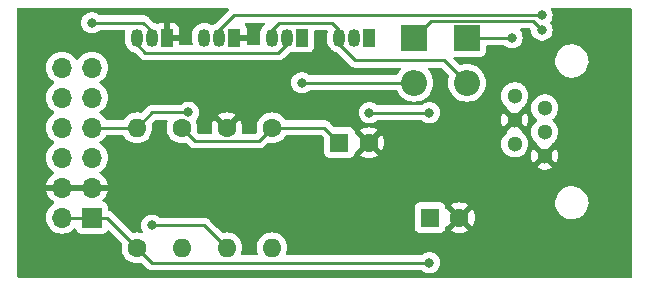
<source format=gbr>
%TF.GenerationSoftware,KiCad,Pcbnew,7.0.10*%
%TF.CreationDate,2024-01-03T13:13:51+01:00*%
%TF.ProjectId,slimme_meter_pmod,736c696d-6d65-45f6-9d65-7465725f706d,rev?*%
%TF.SameCoordinates,Original*%
%TF.FileFunction,Copper,L1,Top*%
%TF.FilePolarity,Positive*%
%FSLAX46Y46*%
G04 Gerber Fmt 4.6, Leading zero omitted, Abs format (unit mm)*
G04 Created by KiCad (PCBNEW 7.0.10) date 2024-01-03 13:13:51*
%MOMM*%
%LPD*%
G01*
G04 APERTURE LIST*
%TA.AperFunction,ComponentPad*%
%ADD10R,1.600000X1.600000*%
%TD*%
%TA.AperFunction,ComponentPad*%
%ADD11C,1.600000*%
%TD*%
%TA.AperFunction,ComponentPad*%
%ADD12R,1.050000X1.500000*%
%TD*%
%TA.AperFunction,ComponentPad*%
%ADD13O,1.050000X1.500000*%
%TD*%
%TA.AperFunction,ComponentPad*%
%ADD14R,1.700000X1.700000*%
%TD*%
%TA.AperFunction,ComponentPad*%
%ADD15O,1.700000X1.700000*%
%TD*%
%TA.AperFunction,ComponentPad*%
%ADD16O,1.600000X1.600000*%
%TD*%
%TA.AperFunction,ComponentPad*%
%ADD17R,2.200000X2.200000*%
%TD*%
%TA.AperFunction,ComponentPad*%
%ADD18O,2.200000X2.200000*%
%TD*%
%TA.AperFunction,ComponentPad*%
%ADD19C,1.300000*%
%TD*%
%TA.AperFunction,ViaPad*%
%ADD20C,0.800000*%
%TD*%
%TA.AperFunction,Conductor*%
%ADD21C,0.250000*%
%TD*%
G04 APERTURE END LIST*
D10*
%TO.P,C2,1*%
%TO.N,VCC*%
X127675000Y-68580000D03*
D11*
%TO.P,C2,2*%
%TO.N,GND*%
X130175000Y-68580000D03*
%TD*%
D12*
%TO.P,U1,1,VO*%
%TO.N,VCC*%
X122555000Y-53340000D03*
D13*
%TO.P,U1,2,GND*%
%TO.N,GND*%
X121285000Y-53340000D03*
%TO.P,U1,3,VI*%
%TO.N,+5V*%
X120015000Y-53340000D03*
%TD*%
D12*
%TO.P,Q3,1,D*%
%TO.N,Net-(D1-A)*%
X116840000Y-53340000D03*
D13*
%TO.P,Q3,2,G*%
%TO.N,Net-(Q1-D)*%
X115570000Y-53340000D03*
%TO.P,Q3,3,S*%
%TO.N,+5V*%
X114300000Y-53340000D03*
%TD*%
D10*
%TO.P,C1,1*%
%TO.N,+5V*%
X120015000Y-62230000D03*
D11*
%TO.P,C1,2*%
%TO.N,GND*%
X122515000Y-62230000D03*
%TD*%
D12*
%TO.P,Q1,1,S*%
%TO.N,GND*%
X105410000Y-53340000D03*
D13*
%TO.P,Q1,2,G*%
%TO.N,CTS*%
X104140000Y-53340000D03*
%TO.P,Q1,3,D*%
%TO.N,Net-(Q1-D)*%
X102870000Y-53340000D03*
%TD*%
D12*
%TO.P,Q2,1,S*%
%TO.N,GND*%
X111125000Y-53340000D03*
D13*
%TO.P,Q2,2,G*%
%TO.N,~{SM_DATA}*%
X109855000Y-53340000D03*
%TO.P,Q2,3,D*%
%TO.N,MCU_DATA*%
X108585000Y-53340000D03*
%TD*%
D14*
%TO.P,J2,1,Pin_1*%
%TO.N,VCC*%
X99060000Y-68580000D03*
D15*
%TO.P,J2,2,Pin_2*%
X96520000Y-68580000D03*
%TO.P,J2,3,Pin_3*%
%TO.N,GND*%
X99060000Y-66040000D03*
%TO.P,J2,4,Pin_4*%
X96520000Y-66040000D03*
%TO.P,J2,5,Pin_5*%
%TO.N,RTS*%
X99060000Y-63500000D03*
%TO.P,J2,6,Pin_6*%
%TO.N,unconnected-(J2-Pin_6-Pad6)*%
X96520000Y-63500000D03*
%TO.P,J2,7,Pin_7*%
%TO.N,MCU_DATA*%
X99060000Y-60960000D03*
%TO.P,J2,8,Pin_8*%
%TO.N,unconnected-(J2-Pin_8-Pad8)*%
X96520000Y-60960000D03*
%TO.P,J2,9,Pin_9*%
%TO.N,TXD*%
X99060000Y-58420000D03*
%TO.P,J2,10,Pin_10*%
%TO.N,unconnected-(J2-Pin_10-Pad10)*%
X96520000Y-58420000D03*
%TO.P,J2,11,Pin_11*%
%TO.N,CTS*%
X99060000Y-55880000D03*
%TO.P,J2,12,Pin_12*%
%TO.N,unconnected-(J2-Pin_12-Pad12)*%
X96520000Y-55880000D03*
%TD*%
D11*
%TO.P,R2,1*%
%TO.N,+5V*%
X106680000Y-60960000D03*
D16*
%TO.P,R2,2*%
%TO.N,~{SM_DATA}*%
X106680000Y-71120000D03*
%TD*%
D11*
%TO.P,R3,1*%
%TO.N,GND*%
X110490000Y-60960000D03*
D16*
%TO.P,R3,2*%
%TO.N,CTS*%
X110490000Y-71120000D03*
%TD*%
D17*
%TO.P,D2,1,K*%
%TO.N,Net-(D2-K)*%
X130810000Y-53340000D03*
D18*
%TO.P,D2,2,A*%
%TO.N,+5V*%
X130810000Y-57150000D03*
%TD*%
D11*
%TO.P,R4,1*%
%TO.N,+5V*%
X114300000Y-60960000D03*
D16*
%TO.P,R4,2*%
%TO.N,Net-(Q1-D)*%
X114300000Y-71120000D03*
%TD*%
D17*
%TO.P,D1,1,K*%
%TO.N,SM_DATA_REQUEST*%
X126365000Y-53340000D03*
D18*
%TO.P,D1,2,A*%
%TO.N,Net-(D1-A)*%
X126365000Y-57150000D03*
%TD*%
D11*
%TO.P,R1,1*%
%TO.N,VCC*%
X102870000Y-71120000D03*
D16*
%TO.P,R1,2*%
%TO.N,MCU_DATA*%
X102870000Y-60960000D03*
%TD*%
D19*
%TO.P,J1,1*%
%TO.N,Net-(D2-K)*%
X134860000Y-58250000D03*
%TO.P,J1,2*%
%TO.N,SM_DATA_REQUEST*%
X137400000Y-59270000D03*
%TO.P,J1,3*%
%TO.N,GND*%
X134860000Y-60290000D03*
%TO.P,J1,4*%
%TO.N,unconnected-(J1-Pad4)*%
X137400000Y-61310000D03*
%TO.P,J1,5*%
%TO.N,~{SM_DATA}*%
X134860000Y-62330000D03*
%TO.P,J1,6*%
%TO.N,GND*%
X137400000Y-63350000D03*
%TD*%
D20*
%TO.N,Net-(D2-K)*%
X134620000Y-53340000D03*
%TO.N,CTS*%
X104140000Y-69215000D03*
%TO.N,~{SM_DATA}*%
X137160000Y-51435000D03*
%TO.N,SM_DATA_REQUEST*%
X137160000Y-52705000D03*
%TO.N,Net-(D1-A)*%
X116840000Y-57150000D03*
%TO.N,CTS*%
X99060000Y-52070000D03*
%TO.N,MCU_DATA*%
X107225000Y-59670893D03*
%TO.N,VCC*%
X127635000Y-72390000D03*
X127635000Y-59690000D03*
X122555000Y-59690000D03*
%TD*%
D21*
%TO.N,+5V*%
X130810000Y-57150000D02*
X128905000Y-55245000D01*
%TO.N,Net-(D2-K)*%
X130810000Y-53340000D02*
X134620000Y-53340000D01*
%TO.N,+5V*%
X120015000Y-53890000D02*
X120015000Y-53340000D01*
X128905000Y-55245000D02*
X121370000Y-55245000D01*
X121370000Y-55245000D02*
X120015000Y-53890000D01*
%TO.N,CTS*%
X104140000Y-69215000D02*
X108585000Y-69215000D01*
X108585000Y-69215000D02*
X110490000Y-71120000D01*
%TO.N,~{SM_DATA}*%
X111105000Y-51435000D02*
X137160000Y-51435000D01*
X109855000Y-52685000D02*
X111105000Y-51435000D01*
X109855000Y-53340000D02*
X109855000Y-52685000D01*
%TO.N,SM_DATA_REQUEST*%
X127790000Y-51915000D02*
X126365000Y-53340000D01*
X137160000Y-52705000D02*
X136370000Y-51915000D01*
X136370000Y-51915000D02*
X127790000Y-51915000D01*
%TO.N,Net-(D1-A)*%
X126365000Y-57150000D02*
X116840000Y-57150000D01*
%TO.N,+5V*%
X114300000Y-53340000D02*
X114300000Y-52705000D01*
X114300000Y-52705000D02*
X114935000Y-52070000D01*
X114935000Y-52070000D02*
X119380000Y-52070000D01*
X119380000Y-52070000D02*
X120015000Y-52705000D01*
X120015000Y-52705000D02*
X120015000Y-53340000D01*
%TO.N,Net-(Q1-D)*%
X102870000Y-53340000D02*
X102870000Y-53890000D01*
X103590000Y-54610000D02*
X114850000Y-54610000D01*
X102870000Y-53890000D02*
X103590000Y-54610000D01*
X114850000Y-54610000D02*
X115570000Y-53890000D01*
X115570000Y-53890000D02*
X115570000Y-53340000D01*
%TO.N,CTS*%
X103420000Y-52070000D02*
X99060000Y-52070000D01*
X104140000Y-52790000D02*
X103420000Y-52070000D01*
X104140000Y-53340000D02*
X104140000Y-52790000D01*
%TO.N,MCU_DATA*%
X107225000Y-59670893D02*
X104159107Y-59670893D01*
X104159107Y-59670893D02*
X102870000Y-60960000D01*
%TO.N,VCC*%
X104140000Y-72390000D02*
X127635000Y-72390000D01*
X102870000Y-71120000D02*
X104140000Y-72390000D01*
X99060000Y-68580000D02*
X100330000Y-68580000D01*
X100330000Y-68580000D02*
X102870000Y-71120000D01*
X96520000Y-68580000D02*
X99060000Y-68580000D01*
X122555000Y-59690000D02*
X127635000Y-59690000D01*
%TO.N,+5V*%
X114300000Y-60960000D02*
X118745000Y-60960000D01*
X118745000Y-60960000D02*
X120015000Y-62230000D01*
X106680000Y-60960000D02*
X107805000Y-62085000D01*
X107805000Y-62085000D02*
X113175000Y-62085000D01*
X113175000Y-62085000D02*
X114300000Y-60960000D01*
%TO.N,MCU_DATA*%
X99060000Y-60960000D02*
X102870000Y-60960000D01*
%TD*%
%TA.AperFunction,Conductor*%
%TO.N,GND*%
G36*
X98600507Y-65830156D02*
G01*
X98560000Y-65968111D01*
X98560000Y-66111889D01*
X98600507Y-66249844D01*
X98626314Y-66290000D01*
X96953686Y-66290000D01*
X96979493Y-66249844D01*
X97020000Y-66111889D01*
X97020000Y-65968111D01*
X96979493Y-65830156D01*
X96953686Y-65790000D01*
X98626314Y-65790000D01*
X98600507Y-65830156D01*
G37*
%TD.AperFunction*%
%TA.AperFunction,Conductor*%
G36*
X110621633Y-50820185D02*
G01*
X110667388Y-50872989D01*
X110677332Y-50942147D01*
X110650131Y-51003548D01*
X110645567Y-51009064D01*
X110637711Y-51017697D01*
X109528230Y-52127178D01*
X109476548Y-52158156D01*
X109460658Y-52162976D01*
X109278453Y-52260367D01*
X109210050Y-52274609D01*
X109161547Y-52260367D01*
X108979345Y-52162978D01*
X108786031Y-52104337D01*
X108585000Y-52084538D01*
X108383968Y-52104337D01*
X108190654Y-52162978D01*
X108012511Y-52258198D01*
X108012504Y-52258203D01*
X107856352Y-52386352D01*
X107728203Y-52542504D01*
X107728198Y-52542511D01*
X107632978Y-52720654D01*
X107574337Y-52913968D01*
X107565600Y-53002684D01*
X107559500Y-53064620D01*
X107559500Y-53615380D01*
X107567794Y-53699586D01*
X107574338Y-53766033D01*
X107592075Y-53824506D01*
X107592698Y-53894372D01*
X107555449Y-53953485D01*
X107492155Y-53983076D01*
X107473414Y-53984500D01*
X106559000Y-53984500D01*
X106491961Y-53964815D01*
X106446206Y-53912011D01*
X106435000Y-53860500D01*
X106435000Y-53590000D01*
X105689560Y-53590000D01*
X105728278Y-53547941D01*
X105778551Y-53433330D01*
X105788886Y-53308605D01*
X105758163Y-53187281D01*
X105694606Y-53090000D01*
X106435000Y-53090000D01*
X106435000Y-52542172D01*
X106434999Y-52542155D01*
X106428598Y-52482627D01*
X106428596Y-52482620D01*
X106378354Y-52347913D01*
X106378350Y-52347906D01*
X106292190Y-52232812D01*
X106292187Y-52232809D01*
X106177093Y-52146649D01*
X106177086Y-52146645D01*
X106042379Y-52096403D01*
X106042372Y-52096401D01*
X105982844Y-52090000D01*
X105660000Y-52090000D01*
X105660000Y-53059382D01*
X105590948Y-53005637D01*
X105472576Y-52965000D01*
X105378927Y-52965000D01*
X105286554Y-52980414D01*
X105176486Y-53039981D01*
X105164369Y-53053142D01*
X105160597Y-53014837D01*
X105160000Y-53002684D01*
X105160000Y-52090000D01*
X104837155Y-52090000D01*
X104777627Y-52096401D01*
X104777620Y-52096403D01*
X104642913Y-52146645D01*
X104635132Y-52150895D01*
X104633940Y-52148713D01*
X104580842Y-52168510D01*
X104536018Y-52163486D01*
X104534342Y-52162977D01*
X104534341Y-52162977D01*
X104409391Y-52125074D01*
X104367733Y-52112437D01*
X104316047Y-52081457D01*
X103920803Y-51686212D01*
X103910980Y-51673950D01*
X103910759Y-51674134D01*
X103905786Y-51668122D01*
X103856776Y-51622099D01*
X103853977Y-51619386D01*
X103834477Y-51599885D01*
X103834471Y-51599880D01*
X103831286Y-51597409D01*
X103822434Y-51589848D01*
X103790582Y-51559938D01*
X103790580Y-51559936D01*
X103790577Y-51559935D01*
X103773029Y-51550288D01*
X103756763Y-51539604D01*
X103740932Y-51527324D01*
X103700849Y-51509978D01*
X103690363Y-51504841D01*
X103652094Y-51483803D01*
X103652092Y-51483802D01*
X103632693Y-51478822D01*
X103614281Y-51472518D01*
X103595898Y-51464562D01*
X103595892Y-51464560D01*
X103552760Y-51457729D01*
X103541322Y-51455361D01*
X103499020Y-51444500D01*
X103499019Y-51444500D01*
X103478984Y-51444500D01*
X103459586Y-51442973D01*
X103452162Y-51441797D01*
X103439805Y-51439840D01*
X103439804Y-51439840D01*
X103396325Y-51443950D01*
X103384656Y-51444500D01*
X99763748Y-51444500D01*
X99696709Y-51424815D01*
X99671600Y-51403474D01*
X99665873Y-51397114D01*
X99665869Y-51397110D01*
X99512734Y-51285851D01*
X99512729Y-51285848D01*
X99339807Y-51208857D01*
X99339802Y-51208855D01*
X99194001Y-51177865D01*
X99154646Y-51169500D01*
X98965354Y-51169500D01*
X98932897Y-51176398D01*
X98780197Y-51208855D01*
X98780192Y-51208857D01*
X98607270Y-51285848D01*
X98607265Y-51285851D01*
X98454129Y-51397111D01*
X98327466Y-51537785D01*
X98232821Y-51701715D01*
X98232818Y-51701722D01*
X98199819Y-51803284D01*
X98174326Y-51881744D01*
X98154540Y-52070000D01*
X98174326Y-52258256D01*
X98174327Y-52258259D01*
X98232818Y-52438277D01*
X98232821Y-52438284D01*
X98327467Y-52602216D01*
X98426273Y-52711951D01*
X98454129Y-52742888D01*
X98607265Y-52854148D01*
X98607270Y-52854151D01*
X98780192Y-52931142D01*
X98780197Y-52931144D01*
X98965354Y-52970500D01*
X98965355Y-52970500D01*
X99154644Y-52970500D01*
X99154646Y-52970500D01*
X99339803Y-52931144D01*
X99512730Y-52854151D01*
X99665871Y-52742888D01*
X99668788Y-52739647D01*
X99671600Y-52736526D01*
X99731087Y-52699879D01*
X99763748Y-52695500D01*
X101758414Y-52695500D01*
X101825453Y-52715185D01*
X101871208Y-52767989D01*
X101881152Y-52837147D01*
X101877075Y-52855494D01*
X101859338Y-52913966D01*
X101844500Y-53064623D01*
X101844500Y-53615376D01*
X101859337Y-53766031D01*
X101917978Y-53959345D01*
X102013198Y-54137488D01*
X102013201Y-54137492D01*
X102013202Y-54137494D01*
X102032688Y-54161238D01*
X102141352Y-54293647D01*
X102248255Y-54381379D01*
X102297506Y-54421798D01*
X102297509Y-54421799D01*
X102297511Y-54421801D01*
X102475654Y-54517021D01*
X102475656Y-54517021D01*
X102475659Y-54517023D01*
X102642268Y-54567563D01*
X102693951Y-54598541D01*
X103089194Y-54993784D01*
X103099019Y-55006048D01*
X103099240Y-55005866D01*
X103104210Y-55011874D01*
X103153239Y-55057915D01*
X103156036Y-55060626D01*
X103175530Y-55080120D01*
X103178695Y-55082575D01*
X103187571Y-55090156D01*
X103219418Y-55120062D01*
X103219422Y-55120064D01*
X103236973Y-55129713D01*
X103253231Y-55140392D01*
X103269064Y-55152674D01*
X103304410Y-55167968D01*
X103309155Y-55170022D01*
X103319635Y-55175155D01*
X103357908Y-55196197D01*
X103377312Y-55201179D01*
X103395710Y-55207478D01*
X103414105Y-55215438D01*
X103457254Y-55222271D01*
X103468680Y-55224638D01*
X103510981Y-55235500D01*
X103531016Y-55235500D01*
X103550413Y-55237026D01*
X103570196Y-55240160D01*
X103613675Y-55236050D01*
X103625344Y-55235500D01*
X114767257Y-55235500D01*
X114782877Y-55237224D01*
X114782904Y-55236939D01*
X114790660Y-55237671D01*
X114790667Y-55237673D01*
X114857873Y-55235561D01*
X114861768Y-55235500D01*
X114889346Y-55235500D01*
X114889350Y-55235500D01*
X114893324Y-55234997D01*
X114904963Y-55234080D01*
X114948627Y-55232709D01*
X114967869Y-55227117D01*
X114986912Y-55223174D01*
X115006792Y-55220664D01*
X115047401Y-55204585D01*
X115058444Y-55200803D01*
X115100390Y-55188618D01*
X115117629Y-55178422D01*
X115135103Y-55169862D01*
X115153727Y-55162488D01*
X115153727Y-55162487D01*
X115153732Y-55162486D01*
X115189083Y-55136800D01*
X115198814Y-55130408D01*
X115236420Y-55108170D01*
X115250586Y-55094003D01*
X115265381Y-55081368D01*
X115268619Y-55079014D01*
X115281587Y-55069594D01*
X115309439Y-55035926D01*
X115317279Y-55027310D01*
X115746048Y-54598540D01*
X115797728Y-54567564D01*
X115964341Y-54517023D01*
X115964347Y-54517019D01*
X115965424Y-54516693D01*
X116035290Y-54516070D01*
X116064380Y-54530470D01*
X116064886Y-54529546D01*
X116072671Y-54533797D01*
X116207517Y-54584091D01*
X116207516Y-54584091D01*
X116214444Y-54584835D01*
X116267127Y-54590500D01*
X117412872Y-54590499D01*
X117472483Y-54584091D01*
X117607331Y-54533796D01*
X117722546Y-54447546D01*
X117808796Y-54332331D01*
X117859091Y-54197483D01*
X117865500Y-54137873D01*
X117865499Y-52819499D01*
X117885184Y-52752461D01*
X117937987Y-52706706D01*
X117989499Y-52695500D01*
X118903414Y-52695500D01*
X118970453Y-52715185D01*
X119016208Y-52767989D01*
X119026152Y-52837147D01*
X119022075Y-52855494D01*
X119004338Y-52913966D01*
X118989500Y-53064623D01*
X118989500Y-53615376D01*
X119004337Y-53766031D01*
X119062978Y-53959345D01*
X119158198Y-54137488D01*
X119158201Y-54137492D01*
X119158202Y-54137494D01*
X119177688Y-54161238D01*
X119286352Y-54293647D01*
X119393255Y-54381379D01*
X119442506Y-54421798D01*
X119442509Y-54421799D01*
X119442511Y-54421801D01*
X119620654Y-54517021D01*
X119620656Y-54517021D01*
X119620659Y-54517023D01*
X119787268Y-54567563D01*
X119838950Y-54598540D01*
X120360467Y-55120058D01*
X120869197Y-55628788D01*
X120879022Y-55641051D01*
X120879243Y-55640869D01*
X120884211Y-55646874D01*
X120933222Y-55692899D01*
X120936021Y-55695612D01*
X120955522Y-55715114D01*
X120955526Y-55715117D01*
X120955529Y-55715120D01*
X120958702Y-55717581D01*
X120967574Y-55725159D01*
X120999418Y-55755062D01*
X121016976Y-55764714D01*
X121033235Y-55775395D01*
X121049064Y-55787673D01*
X121089155Y-55805021D01*
X121099626Y-55810151D01*
X121122180Y-55822550D01*
X121137902Y-55831194D01*
X121137904Y-55831195D01*
X121137908Y-55831197D01*
X121157316Y-55836180D01*
X121175719Y-55842481D01*
X121194101Y-55850436D01*
X121194102Y-55850436D01*
X121194104Y-55850437D01*
X121237250Y-55857270D01*
X121248672Y-55859636D01*
X121290981Y-55870500D01*
X121311016Y-55870500D01*
X121330414Y-55872026D01*
X121350194Y-55875159D01*
X121350195Y-55875160D01*
X121350195Y-55875159D01*
X121350196Y-55875160D01*
X121393675Y-55871050D01*
X121405344Y-55870500D01*
X125084023Y-55870500D01*
X125151062Y-55890185D01*
X125196817Y-55942989D01*
X125206761Y-56012147D01*
X125178313Y-56075032D01*
X125066161Y-56206343D01*
X125066160Y-56206346D01*
X124934533Y-56421141D01*
X124934532Y-56421143D01*
X124923428Y-56447952D01*
X124879588Y-56502356D01*
X124813294Y-56524421D01*
X124808867Y-56524500D01*
X117543748Y-56524500D01*
X117476709Y-56504815D01*
X117451600Y-56483474D01*
X117445873Y-56477114D01*
X117445869Y-56477110D01*
X117292734Y-56365851D01*
X117292729Y-56365848D01*
X117119807Y-56288857D01*
X117119802Y-56288855D01*
X116974001Y-56257865D01*
X116934646Y-56249500D01*
X116745354Y-56249500D01*
X116712897Y-56256398D01*
X116560197Y-56288855D01*
X116560192Y-56288857D01*
X116387270Y-56365848D01*
X116387265Y-56365851D01*
X116234129Y-56477111D01*
X116107466Y-56617785D01*
X116012821Y-56781715D01*
X116012818Y-56781722D01*
X115954327Y-56961740D01*
X115954326Y-56961744D01*
X115934540Y-57150000D01*
X115954326Y-57338256D01*
X115954327Y-57338259D01*
X116012818Y-57518277D01*
X116012821Y-57518284D01*
X116107467Y-57682216D01*
X116199994Y-57784977D01*
X116234129Y-57822888D01*
X116387265Y-57934148D01*
X116387270Y-57934151D01*
X116560192Y-58011142D01*
X116560197Y-58011144D01*
X116745354Y-58050500D01*
X116745355Y-58050500D01*
X116934644Y-58050500D01*
X116934646Y-58050500D01*
X117119803Y-58011144D01*
X117292730Y-57934151D01*
X117445871Y-57822888D01*
X117448788Y-57819647D01*
X117451600Y-57816526D01*
X117511087Y-57779879D01*
X117543748Y-57775500D01*
X124808867Y-57775500D01*
X124875906Y-57795185D01*
X124921661Y-57847989D01*
X124923428Y-57852048D01*
X124934532Y-57878856D01*
X124934533Y-57878858D01*
X125066160Y-58093653D01*
X125066161Y-58093656D01*
X125066164Y-58093659D01*
X125229776Y-58285224D01*
X125378066Y-58411875D01*
X125421343Y-58448838D01*
X125421346Y-58448839D01*
X125636140Y-58580466D01*
X125868889Y-58676873D01*
X126113852Y-58735683D01*
X126365000Y-58755449D01*
X126616148Y-58735683D01*
X126861111Y-58676873D01*
X127093859Y-58580466D01*
X127308659Y-58448836D01*
X127500224Y-58285224D01*
X127663836Y-58093659D01*
X127795466Y-57878859D01*
X127891873Y-57646111D01*
X127950683Y-57401148D01*
X127970449Y-57150000D01*
X127950683Y-56898852D01*
X127891873Y-56653889D01*
X127852084Y-56557830D01*
X127795466Y-56421140D01*
X127663839Y-56206346D01*
X127663838Y-56206343D01*
X127586172Y-56115408D01*
X127551686Y-56075030D01*
X127523116Y-56011270D01*
X127533553Y-55942185D01*
X127579684Y-55889709D01*
X127645977Y-55870500D01*
X128594548Y-55870500D01*
X128661587Y-55890185D01*
X128682229Y-55906819D01*
X129267352Y-56491942D01*
X129300837Y-56553265D01*
X129295853Y-56622957D01*
X129294233Y-56627072D01*
X129283129Y-56653881D01*
X129283127Y-56653887D01*
X129224317Y-56898848D01*
X129204551Y-57150000D01*
X129224317Y-57401151D01*
X129283126Y-57646110D01*
X129379533Y-57878859D01*
X129511160Y-58093653D01*
X129511161Y-58093656D01*
X129511164Y-58093659D01*
X129674776Y-58285224D01*
X129823066Y-58411875D01*
X129866343Y-58448838D01*
X129866346Y-58448839D01*
X130081140Y-58580466D01*
X130313889Y-58676873D01*
X130558852Y-58735683D01*
X130810000Y-58755449D01*
X131061148Y-58735683D01*
X131306111Y-58676873D01*
X131538859Y-58580466D01*
X131753659Y-58448836D01*
X131945224Y-58285224D01*
X132108836Y-58093659D01*
X132240466Y-57878859D01*
X132336873Y-57646111D01*
X132395683Y-57401148D01*
X132415449Y-57150000D01*
X132395683Y-56898852D01*
X132336873Y-56653889D01*
X132297084Y-56557830D01*
X132240466Y-56421140D01*
X132108839Y-56206346D01*
X132108838Y-56206343D01*
X132031172Y-56115408D01*
X131945224Y-56014776D01*
X131799347Y-55890185D01*
X131753656Y-55851161D01*
X131753653Y-55851160D01*
X131538859Y-55719533D01*
X131306110Y-55623126D01*
X131061151Y-55564317D01*
X130810000Y-55544551D01*
X130558848Y-55564317D01*
X130313889Y-55623126D01*
X130287075Y-55634233D01*
X130217605Y-55641700D01*
X130155126Y-55610424D01*
X130151943Y-55607352D01*
X129794937Y-55250346D01*
X138295702Y-55250346D01*
X138305819Y-55488528D01*
X138305819Y-55488532D01*
X138356045Y-55721580D01*
X138444693Y-55942185D01*
X138444936Y-55942790D01*
X138569931Y-56145795D01*
X138727436Y-56324755D01*
X138912920Y-56474523D01*
X139121046Y-56590790D01*
X139223734Y-56627072D01*
X139345829Y-56670211D01*
X139580790Y-56710499D01*
X139580798Y-56710499D01*
X139580800Y-56710500D01*
X139580801Y-56710500D01*
X139759496Y-56710500D01*
X139759497Y-56710500D01*
X139759498Y-56710499D01*
X139759515Y-56710499D01*
X139937536Y-56695347D01*
X139937539Y-56695346D01*
X139937541Y-56695346D01*
X140168249Y-56635275D01*
X140339567Y-56557834D01*
X140385480Y-56537080D01*
X140385481Y-56537078D01*
X140385486Y-56537077D01*
X140583003Y-56403579D01*
X140755118Y-56238621D01*
X140896879Y-56046947D01*
X141004207Y-55834074D01*
X141074016Y-55606123D01*
X141104298Y-55369654D01*
X141094180Y-55131468D01*
X141086107Y-55094011D01*
X141043954Y-54898419D01*
X141003419Y-54797546D01*
X140955064Y-54677210D01*
X140830069Y-54474205D01*
X140672564Y-54295245D01*
X140487080Y-54145477D01*
X140373130Y-54081820D01*
X140278955Y-54029210D01*
X140054170Y-53949788D01*
X139819209Y-53909500D01*
X139819200Y-53909500D01*
X139640503Y-53909500D01*
X139640484Y-53909500D01*
X139462463Y-53924652D01*
X139231751Y-53984724D01*
X139014519Y-54082919D01*
X139014511Y-54082924D01*
X138817006Y-54216413D01*
X138816997Y-54216421D01*
X138644881Y-54381379D01*
X138503123Y-54573050D01*
X138503120Y-54573054D01*
X138395796Y-54785920D01*
X138395793Y-54785926D01*
X138325983Y-55013878D01*
X138295702Y-55250346D01*
X129794937Y-55250346D01*
X129696771Y-55152180D01*
X129663286Y-55090857D01*
X129668270Y-55021165D01*
X129710142Y-54965232D01*
X129775606Y-54940815D01*
X129784425Y-54940499D01*
X131957872Y-54940499D01*
X132017483Y-54934091D01*
X132152331Y-54883796D01*
X132267546Y-54797546D01*
X132353796Y-54682331D01*
X132404091Y-54547483D01*
X132410500Y-54487873D01*
X132410500Y-54089500D01*
X132430185Y-54022461D01*
X132482989Y-53976706D01*
X132534500Y-53965500D01*
X133916252Y-53965500D01*
X133983291Y-53985185D01*
X134008400Y-54006526D01*
X134014126Y-54012885D01*
X134014130Y-54012889D01*
X134167265Y-54124148D01*
X134167270Y-54124151D01*
X134340192Y-54201142D01*
X134340197Y-54201144D01*
X134525354Y-54240500D01*
X134525355Y-54240500D01*
X134714644Y-54240500D01*
X134714646Y-54240500D01*
X134899803Y-54201144D01*
X135072730Y-54124151D01*
X135225871Y-54012888D01*
X135352533Y-53872216D01*
X135447179Y-53708284D01*
X135505674Y-53528256D01*
X135525460Y-53340000D01*
X135505674Y-53151744D01*
X135447179Y-52971716D01*
X135352533Y-52807784D01*
X135298228Y-52747472D01*
X135267998Y-52684480D01*
X135276623Y-52615145D01*
X135321365Y-52561480D01*
X135388017Y-52540522D01*
X135390378Y-52540500D01*
X136059548Y-52540500D01*
X136126587Y-52560185D01*
X136147229Y-52576819D01*
X136221038Y-52650628D01*
X136254523Y-52711951D01*
X136256678Y-52725347D01*
X136258522Y-52742888D01*
X136274326Y-52893256D01*
X136274327Y-52893259D01*
X136332818Y-53073277D01*
X136332821Y-53073284D01*
X136427467Y-53237216D01*
X136548283Y-53371395D01*
X136554129Y-53377888D01*
X136707265Y-53489148D01*
X136707270Y-53489151D01*
X136880192Y-53566142D01*
X136880197Y-53566144D01*
X137065354Y-53605500D01*
X137065355Y-53605500D01*
X137254644Y-53605500D01*
X137254646Y-53605500D01*
X137439803Y-53566144D01*
X137612730Y-53489151D01*
X137765871Y-53377888D01*
X137892533Y-53237216D01*
X137987179Y-53073284D01*
X138045674Y-52893256D01*
X138065460Y-52705000D01*
X138045674Y-52516744D01*
X137987179Y-52336716D01*
X137892533Y-52172784D01*
X137874693Y-52152971D01*
X137844464Y-52089981D01*
X137853089Y-52020646D01*
X137874694Y-51987028D01*
X137892533Y-51967216D01*
X137987179Y-51803284D01*
X138045674Y-51623256D01*
X138065460Y-51435000D01*
X138045674Y-51246744D01*
X137987179Y-51066716D01*
X137940865Y-50986498D01*
X137924393Y-50918600D01*
X137947246Y-50852573D01*
X138002167Y-50809382D01*
X138048253Y-50800500D01*
X144655500Y-50800500D01*
X144722539Y-50820185D01*
X144768294Y-50872989D01*
X144779500Y-50924500D01*
X144779500Y-73535500D01*
X144759815Y-73602539D01*
X144707011Y-73648294D01*
X144655500Y-73659500D01*
X92834500Y-73659500D01*
X92767461Y-73639815D01*
X92721706Y-73587011D01*
X92710500Y-73535500D01*
X92710500Y-68580000D01*
X95164341Y-68580000D01*
X95184936Y-68815403D01*
X95184938Y-68815413D01*
X95246094Y-69043655D01*
X95246096Y-69043659D01*
X95246097Y-69043663D01*
X95325993Y-69215000D01*
X95345965Y-69257830D01*
X95345967Y-69257834D01*
X95387756Y-69317514D01*
X95481505Y-69451401D01*
X95648599Y-69618495D01*
X95738856Y-69681694D01*
X95842165Y-69754032D01*
X95842167Y-69754033D01*
X95842170Y-69754035D01*
X96056337Y-69853903D01*
X96284592Y-69915063D01*
X96461034Y-69930500D01*
X96519999Y-69935659D01*
X96520000Y-69935659D01*
X96520001Y-69935659D01*
X96578966Y-69930500D01*
X96755408Y-69915063D01*
X96983663Y-69853903D01*
X97197830Y-69754035D01*
X97391401Y-69618495D01*
X97513329Y-69496566D01*
X97574648Y-69463084D01*
X97644340Y-69468068D01*
X97700274Y-69509939D01*
X97717189Y-69540917D01*
X97766202Y-69672328D01*
X97766206Y-69672335D01*
X97852452Y-69787544D01*
X97852455Y-69787547D01*
X97967664Y-69873793D01*
X97967671Y-69873797D01*
X98102517Y-69924091D01*
X98102516Y-69924091D01*
X98109444Y-69924835D01*
X98162127Y-69930500D01*
X99957872Y-69930499D01*
X100017483Y-69924091D01*
X100152331Y-69873796D01*
X100267546Y-69787546D01*
X100346787Y-69681692D01*
X100402720Y-69639823D01*
X100472412Y-69634839D01*
X100533733Y-69668323D01*
X101099871Y-70234462D01*
X101570586Y-70705177D01*
X101604071Y-70766500D01*
X101602680Y-70824949D01*
X101584367Y-70893296D01*
X101584364Y-70893313D01*
X101564532Y-71119999D01*
X101564532Y-71120001D01*
X101584364Y-71346686D01*
X101584366Y-71346697D01*
X101643258Y-71566488D01*
X101643261Y-71566497D01*
X101739431Y-71772732D01*
X101739432Y-71772734D01*
X101869954Y-71959141D01*
X102030858Y-72120045D01*
X102030861Y-72120047D01*
X102217266Y-72250568D01*
X102423504Y-72346739D01*
X102643308Y-72405635D01*
X102800791Y-72419413D01*
X102869998Y-72425468D01*
X102870000Y-72425468D01*
X102870002Y-72425468D01*
X102926673Y-72420509D01*
X103096692Y-72405635D01*
X103165048Y-72387319D01*
X103234897Y-72388982D01*
X103284822Y-72419413D01*
X103639197Y-72773788D01*
X103649022Y-72786051D01*
X103649243Y-72785869D01*
X103654211Y-72791874D01*
X103703222Y-72837899D01*
X103706021Y-72840612D01*
X103725522Y-72860114D01*
X103725526Y-72860117D01*
X103725529Y-72860120D01*
X103728702Y-72862581D01*
X103737574Y-72870159D01*
X103769418Y-72900062D01*
X103786976Y-72909714D01*
X103803235Y-72920395D01*
X103819064Y-72932673D01*
X103859155Y-72950021D01*
X103869626Y-72955151D01*
X103892180Y-72967550D01*
X103907902Y-72976194D01*
X103907904Y-72976195D01*
X103907908Y-72976197D01*
X103927316Y-72981180D01*
X103945719Y-72987481D01*
X103964101Y-72995436D01*
X103964102Y-72995436D01*
X103964104Y-72995437D01*
X104007250Y-73002270D01*
X104018672Y-73004636D01*
X104060981Y-73015500D01*
X104081016Y-73015500D01*
X104100414Y-73017026D01*
X104120194Y-73020159D01*
X104120195Y-73020160D01*
X104120195Y-73020159D01*
X104120196Y-73020160D01*
X104163675Y-73016050D01*
X104175344Y-73015500D01*
X126931252Y-73015500D01*
X126998291Y-73035185D01*
X127023400Y-73056526D01*
X127029126Y-73062885D01*
X127029130Y-73062889D01*
X127182265Y-73174148D01*
X127182270Y-73174151D01*
X127355192Y-73251142D01*
X127355197Y-73251144D01*
X127540354Y-73290500D01*
X127540355Y-73290500D01*
X127729644Y-73290500D01*
X127729646Y-73290500D01*
X127914803Y-73251144D01*
X128087730Y-73174151D01*
X128240871Y-73062888D01*
X128367533Y-72922216D01*
X128462179Y-72758284D01*
X128520674Y-72578256D01*
X128540460Y-72390000D01*
X128520674Y-72201744D01*
X128462179Y-72021716D01*
X128367533Y-71857784D01*
X128240871Y-71717112D01*
X128240870Y-71717111D01*
X128087734Y-71605851D01*
X128087729Y-71605848D01*
X127914807Y-71528857D01*
X127914802Y-71528855D01*
X127769001Y-71497865D01*
X127729646Y-71489500D01*
X127540354Y-71489500D01*
X127507897Y-71496398D01*
X127355197Y-71528855D01*
X127355192Y-71528857D01*
X127182270Y-71605848D01*
X127182265Y-71605851D01*
X127029130Y-71717110D01*
X127029126Y-71717114D01*
X127023400Y-71723474D01*
X126963913Y-71760121D01*
X126931252Y-71764500D01*
X115629049Y-71764500D01*
X115562010Y-71744815D01*
X115516255Y-71692011D01*
X115506311Y-71622853D01*
X115516667Y-71588095D01*
X115526739Y-71566496D01*
X115585635Y-71346692D01*
X115605468Y-71120000D01*
X115585635Y-70893308D01*
X115526739Y-70673504D01*
X115430568Y-70467266D01*
X115300047Y-70280861D01*
X115300045Y-70280858D01*
X115139141Y-70119954D01*
X114952734Y-69989432D01*
X114952732Y-69989431D01*
X114746497Y-69893261D01*
X114746488Y-69893258D01*
X114526697Y-69834366D01*
X114526693Y-69834365D01*
X114526692Y-69834365D01*
X114526691Y-69834364D01*
X114526686Y-69834364D01*
X114300002Y-69814532D01*
X114299998Y-69814532D01*
X114073313Y-69834364D01*
X114073302Y-69834366D01*
X113853511Y-69893258D01*
X113853502Y-69893261D01*
X113647267Y-69989431D01*
X113647265Y-69989432D01*
X113460858Y-70119954D01*
X113299954Y-70280858D01*
X113169432Y-70467265D01*
X113169431Y-70467267D01*
X113073261Y-70673502D01*
X113073258Y-70673511D01*
X113014366Y-70893302D01*
X113014364Y-70893313D01*
X112994532Y-71119998D01*
X112994532Y-71120001D01*
X113014364Y-71346686D01*
X113014366Y-71346697D01*
X113073258Y-71566488D01*
X113073260Y-71566492D01*
X113073261Y-71566496D01*
X113083333Y-71588095D01*
X113093825Y-71657173D01*
X113065305Y-71720957D01*
X113006829Y-71759196D01*
X112970951Y-71764500D01*
X111819049Y-71764500D01*
X111752010Y-71744815D01*
X111706255Y-71692011D01*
X111696311Y-71622853D01*
X111706667Y-71588095D01*
X111716739Y-71566496D01*
X111775635Y-71346692D01*
X111795468Y-71120000D01*
X111775635Y-70893308D01*
X111716739Y-70673504D01*
X111620568Y-70467266D01*
X111490047Y-70280861D01*
X111490045Y-70280858D01*
X111329141Y-70119954D01*
X111142734Y-69989432D01*
X111142732Y-69989431D01*
X110936497Y-69893261D01*
X110936488Y-69893258D01*
X110716697Y-69834366D01*
X110716693Y-69834365D01*
X110716692Y-69834365D01*
X110716691Y-69834364D01*
X110716686Y-69834364D01*
X110490002Y-69814532D01*
X110489999Y-69814532D01*
X110263313Y-69834364D01*
X110263296Y-69834367D01*
X110194949Y-69852680D01*
X110125099Y-69851016D01*
X110075177Y-69820586D01*
X109682461Y-69427870D01*
X126374500Y-69427870D01*
X126374501Y-69427876D01*
X126380908Y-69487483D01*
X126431202Y-69622328D01*
X126431206Y-69622335D01*
X126517452Y-69737544D01*
X126517455Y-69737547D01*
X126632664Y-69823793D01*
X126632671Y-69823797D01*
X126767517Y-69874091D01*
X126767516Y-69874091D01*
X126774444Y-69874835D01*
X126827127Y-69880500D01*
X128522872Y-69880499D01*
X128582483Y-69874091D01*
X128717331Y-69823796D01*
X128832546Y-69737546D01*
X128918796Y-69622331D01*
X128969091Y-69487483D01*
X128975500Y-69427873D01*
X128975499Y-69427845D01*
X128975678Y-69424547D01*
X128977183Y-69424627D01*
X128995112Y-69363326D01*
X129047868Y-69317514D01*
X129091465Y-69309981D01*
X129777046Y-68624400D01*
X129789835Y-68705148D01*
X129847359Y-68818045D01*
X129936955Y-68907641D01*
X130049852Y-68965165D01*
X130130599Y-68977953D01*
X129449526Y-69659025D01*
X129522513Y-69710132D01*
X129522521Y-69710136D01*
X129728668Y-69806264D01*
X129728682Y-69806269D01*
X129948389Y-69865139D01*
X129948400Y-69865141D01*
X130174998Y-69884966D01*
X130175002Y-69884966D01*
X130401599Y-69865141D01*
X130401610Y-69865139D01*
X130621317Y-69806269D01*
X130621331Y-69806264D01*
X130827478Y-69710136D01*
X130900471Y-69659024D01*
X130219400Y-68977953D01*
X130300148Y-68965165D01*
X130413045Y-68907641D01*
X130502641Y-68818045D01*
X130560165Y-68705148D01*
X130572953Y-68624400D01*
X131254024Y-69305471D01*
X131305136Y-69232478D01*
X131401264Y-69026331D01*
X131401269Y-69026317D01*
X131460139Y-68806610D01*
X131460141Y-68806599D01*
X131479966Y-68580002D01*
X131479966Y-68579997D01*
X131460141Y-68353400D01*
X131460139Y-68353389D01*
X131401269Y-68133682D01*
X131401264Y-68133668D01*
X131305136Y-67927521D01*
X131305132Y-67927513D01*
X131254025Y-67854526D01*
X130572953Y-68535598D01*
X130560165Y-68454852D01*
X130502641Y-68341955D01*
X130413045Y-68252359D01*
X130300148Y-68194835D01*
X130219401Y-68182046D01*
X130900472Y-67500974D01*
X130827478Y-67449863D01*
X130621331Y-67353735D01*
X130621317Y-67353730D01*
X130401610Y-67294860D01*
X130401599Y-67294858D01*
X130175002Y-67275034D01*
X130174998Y-67275034D01*
X129948400Y-67294858D01*
X129948389Y-67294860D01*
X129728682Y-67353730D01*
X129728673Y-67353734D01*
X129522516Y-67449866D01*
X129522512Y-67449868D01*
X129449526Y-67500973D01*
X129449526Y-67500974D01*
X130130599Y-68182046D01*
X130049852Y-68194835D01*
X129936955Y-68252359D01*
X129847359Y-68341955D01*
X129789835Y-68454852D01*
X129777046Y-68535598D01*
X129090799Y-67849351D01*
X129041805Y-67839505D01*
X128991622Y-67790889D01*
X128976981Y-67735366D01*
X128975900Y-67735423D01*
X128975854Y-67735429D01*
X128975853Y-67735426D01*
X128975676Y-67735436D01*
X128975499Y-67732135D01*
X128975499Y-67732128D01*
X128969091Y-67672517D01*
X128950442Y-67622517D01*
X128918797Y-67537671D01*
X128918793Y-67537664D01*
X128832547Y-67422455D01*
X128832544Y-67422452D01*
X128717335Y-67336206D01*
X128717328Y-67336202D01*
X128582482Y-67285908D01*
X128582483Y-67285908D01*
X128522883Y-67279501D01*
X128522881Y-67279500D01*
X128522873Y-67279500D01*
X128522864Y-67279500D01*
X126827129Y-67279500D01*
X126827123Y-67279501D01*
X126767516Y-67285908D01*
X126632671Y-67336202D01*
X126632664Y-67336206D01*
X126517455Y-67422452D01*
X126517452Y-67422455D01*
X126431206Y-67537664D01*
X126431202Y-67537671D01*
X126380908Y-67672517D01*
X126375634Y-67721580D01*
X126374501Y-67732123D01*
X126374500Y-67732135D01*
X126374500Y-69427870D01*
X109682461Y-69427870D01*
X109085803Y-68831212D01*
X109075980Y-68818950D01*
X109075759Y-68819134D01*
X109070786Y-68813122D01*
X109021776Y-68767099D01*
X109018977Y-68764386D01*
X108999477Y-68744885D01*
X108999471Y-68744880D01*
X108996286Y-68742409D01*
X108987434Y-68734848D01*
X108955582Y-68704938D01*
X108955580Y-68704936D01*
X108955577Y-68704935D01*
X108938029Y-68695288D01*
X108921763Y-68684604D01*
X108905932Y-68672324D01*
X108865849Y-68654978D01*
X108855363Y-68649841D01*
X108817094Y-68628803D01*
X108817092Y-68628802D01*
X108797693Y-68623822D01*
X108779281Y-68617518D01*
X108760898Y-68609562D01*
X108760892Y-68609560D01*
X108717760Y-68602729D01*
X108706322Y-68600361D01*
X108664020Y-68589500D01*
X108664019Y-68589500D01*
X108643984Y-68589500D01*
X108624586Y-68587973D01*
X108617162Y-68586797D01*
X108604805Y-68584840D01*
X108604804Y-68584840D01*
X108561325Y-68588950D01*
X108549656Y-68589500D01*
X104843748Y-68589500D01*
X104776709Y-68569815D01*
X104751600Y-68548474D01*
X104745873Y-68542114D01*
X104745869Y-68542110D01*
X104592734Y-68430851D01*
X104592729Y-68430848D01*
X104419807Y-68353857D01*
X104419802Y-68353855D01*
X104274001Y-68322865D01*
X104234646Y-68314500D01*
X104045354Y-68314500D01*
X104012897Y-68321398D01*
X103860197Y-68353855D01*
X103860192Y-68353857D01*
X103687270Y-68430848D01*
X103687265Y-68430851D01*
X103534129Y-68542111D01*
X103407466Y-68682785D01*
X103312821Y-68846715D01*
X103312818Y-68846722D01*
X103254460Y-69026331D01*
X103254326Y-69026744D01*
X103234540Y-69215000D01*
X103254326Y-69403256D01*
X103254327Y-69403259D01*
X103312818Y-69583277D01*
X103312821Y-69583284D01*
X103374185Y-69689570D01*
X103390658Y-69757471D01*
X103367805Y-69823497D01*
X103312884Y-69866688D01*
X103243330Y-69873329D01*
X103234705Y-69871345D01*
X103096697Y-69834366D01*
X103096693Y-69834365D01*
X103096692Y-69834365D01*
X103096691Y-69834364D01*
X103096686Y-69834364D01*
X102870002Y-69814532D01*
X102869999Y-69814532D01*
X102643313Y-69834364D01*
X102643296Y-69834367D01*
X102574949Y-69852680D01*
X102505099Y-69851016D01*
X102455177Y-69820586D01*
X100830803Y-68196212D01*
X100820980Y-68183950D01*
X100820759Y-68184134D01*
X100815786Y-68178122D01*
X100766776Y-68132099D01*
X100763977Y-68129386D01*
X100744477Y-68109885D01*
X100744471Y-68109880D01*
X100741286Y-68107409D01*
X100732434Y-68099848D01*
X100700582Y-68069938D01*
X100700580Y-68069936D01*
X100700577Y-68069935D01*
X100683029Y-68060288D01*
X100666763Y-68049604D01*
X100663340Y-68046949D01*
X100650936Y-68037327D01*
X100650935Y-68037326D01*
X100650932Y-68037324D01*
X100610849Y-68019978D01*
X100600363Y-68014841D01*
X100562094Y-67993803D01*
X100562092Y-67993802D01*
X100542693Y-67988822D01*
X100524281Y-67982518D01*
X100505894Y-67974560D01*
X100499900Y-67972819D01*
X100441015Y-67935211D01*
X100411811Y-67871737D01*
X100410499Y-67853744D01*
X100410499Y-67682129D01*
X100410498Y-67682123D01*
X100409465Y-67672517D01*
X100404091Y-67622517D01*
X100402810Y-67619083D01*
X100353797Y-67487671D01*
X100353793Y-67487664D01*
X100267547Y-67372455D01*
X100267544Y-67372452D01*
X100152335Y-67286206D01*
X100152328Y-67286202D01*
X100056192Y-67250346D01*
X138295702Y-67250346D01*
X138305819Y-67488528D01*
X138305819Y-67488532D01*
X138356045Y-67721580D01*
X138409154Y-67853744D01*
X138444936Y-67942790D01*
X138569931Y-68145795D01*
X138727436Y-68324755D01*
X138912920Y-68474523D01*
X139121046Y-68590790D01*
X139345829Y-68670211D01*
X139580790Y-68710499D01*
X139580798Y-68710499D01*
X139580800Y-68710500D01*
X139580801Y-68710500D01*
X139759496Y-68710500D01*
X139759497Y-68710500D01*
X139759498Y-68710499D01*
X139759515Y-68710499D01*
X139937536Y-68695347D01*
X139937539Y-68695346D01*
X139937541Y-68695346D01*
X140168249Y-68635275D01*
X140313062Y-68569815D01*
X140385480Y-68537080D01*
X140385481Y-68537078D01*
X140385486Y-68537077D01*
X140583003Y-68403579D01*
X140755118Y-68238621D01*
X140896879Y-68046947D01*
X141004207Y-67834074D01*
X141074016Y-67606123D01*
X141104298Y-67369654D01*
X141103747Y-67356692D01*
X141094180Y-67131471D01*
X141094180Y-67131467D01*
X141043954Y-66898419D01*
X140955064Y-66677211D01*
X140955064Y-66677210D01*
X140830069Y-66474205D01*
X140672564Y-66295245D01*
X140487080Y-66145477D01*
X140373130Y-66081820D01*
X140278955Y-66029210D01*
X140054170Y-65949788D01*
X139819209Y-65909500D01*
X139819200Y-65909500D01*
X139640503Y-65909500D01*
X139640484Y-65909500D01*
X139462463Y-65924652D01*
X139231751Y-65984724D01*
X139014519Y-66082919D01*
X139014511Y-66082924D01*
X138817006Y-66216413D01*
X138816997Y-66216421D01*
X138644881Y-66381379D01*
X138503123Y-66573050D01*
X138503120Y-66573054D01*
X138395796Y-66785920D01*
X138395793Y-66785926D01*
X138325983Y-67013878D01*
X138295702Y-67250346D01*
X100056192Y-67250346D01*
X100020401Y-67236997D01*
X99964467Y-67195126D01*
X99940050Y-67129662D01*
X99954902Y-67061389D01*
X99976053Y-67033133D01*
X100098108Y-66911078D01*
X100233600Y-66717578D01*
X100333429Y-66503492D01*
X100333432Y-66503486D01*
X100390636Y-66290000D01*
X99493686Y-66290000D01*
X99519493Y-66249844D01*
X99560000Y-66111889D01*
X99560000Y-65968111D01*
X99519493Y-65830156D01*
X99493686Y-65790000D01*
X100390636Y-65790000D01*
X100390635Y-65789999D01*
X100333432Y-65576513D01*
X100333429Y-65576507D01*
X100233600Y-65362422D01*
X100233599Y-65362420D01*
X100098113Y-65168926D01*
X100098108Y-65168920D01*
X99931078Y-65001890D01*
X99745405Y-64871879D01*
X99701780Y-64817302D01*
X99694588Y-64747804D01*
X99726110Y-64685449D01*
X99745406Y-64668730D01*
X99931401Y-64538495D01*
X100098495Y-64371401D01*
X100234035Y-64177830D01*
X100333903Y-63963663D01*
X100395063Y-63735408D01*
X100415659Y-63500000D01*
X100413366Y-63473797D01*
X100395740Y-63272331D01*
X100395063Y-63264592D01*
X100333903Y-63036337D01*
X100234035Y-62822171D01*
X100228425Y-62814158D01*
X100098494Y-62628597D01*
X99931402Y-62461506D01*
X99931396Y-62461501D01*
X99745842Y-62331575D01*
X99702217Y-62276998D01*
X99695023Y-62207500D01*
X99726546Y-62145145D01*
X99745842Y-62128425D01*
X99802995Y-62088406D01*
X99931401Y-61998495D01*
X100098495Y-61831401D01*
X100233652Y-61638377D01*
X100288229Y-61594752D01*
X100335227Y-61585500D01*
X101655812Y-61585500D01*
X101722851Y-61605185D01*
X101757387Y-61638377D01*
X101869954Y-61799141D01*
X102030858Y-61960045D01*
X102030861Y-61960047D01*
X102217266Y-62090568D01*
X102423504Y-62186739D01*
X102643308Y-62245635D01*
X102800780Y-62259412D01*
X102869998Y-62265468D01*
X102870000Y-62265468D01*
X102870002Y-62265468D01*
X102926673Y-62260509D01*
X103096692Y-62245635D01*
X103316496Y-62186739D01*
X103522734Y-62090568D01*
X103709139Y-61960047D01*
X103870047Y-61799139D01*
X104000568Y-61612734D01*
X104096739Y-61406496D01*
X104155635Y-61186692D01*
X104175468Y-60960000D01*
X104174143Y-60944860D01*
X104155635Y-60733313D01*
X104155635Y-60733308D01*
X104137318Y-60664947D01*
X104138981Y-60595101D01*
X104169408Y-60545180D01*
X104381879Y-60332709D01*
X104443201Y-60299227D01*
X104469559Y-60296393D01*
X105359861Y-60296393D01*
X105426900Y-60316078D01*
X105472655Y-60368882D01*
X105482599Y-60438040D01*
X105472243Y-60472798D01*
X105453261Y-60513502D01*
X105453258Y-60513511D01*
X105394366Y-60733302D01*
X105394364Y-60733313D01*
X105374532Y-60959998D01*
X105374532Y-60960001D01*
X105394364Y-61186686D01*
X105394366Y-61186697D01*
X105453258Y-61406488D01*
X105453261Y-61406497D01*
X105549431Y-61612732D01*
X105549432Y-61612734D01*
X105679954Y-61799141D01*
X105840858Y-61960045D01*
X105840861Y-61960047D01*
X106027266Y-62090568D01*
X106233504Y-62186739D01*
X106453308Y-62245635D01*
X106610780Y-62259412D01*
X106679998Y-62265468D01*
X106680000Y-62265468D01*
X106680002Y-62265468D01*
X106736673Y-62260509D01*
X106906692Y-62245635D01*
X106975048Y-62227319D01*
X107044897Y-62228982D01*
X107094822Y-62259413D01*
X107304197Y-62468788D01*
X107314022Y-62481051D01*
X107314243Y-62480869D01*
X107319211Y-62486874D01*
X107368222Y-62532899D01*
X107371021Y-62535612D01*
X107390522Y-62555114D01*
X107390526Y-62555117D01*
X107390529Y-62555120D01*
X107393702Y-62557581D01*
X107402574Y-62565159D01*
X107434418Y-62595062D01*
X107451976Y-62604714D01*
X107468235Y-62615395D01*
X107484064Y-62627673D01*
X107524155Y-62645021D01*
X107534626Y-62650151D01*
X107557180Y-62662550D01*
X107572902Y-62671194D01*
X107572904Y-62671195D01*
X107572908Y-62671197D01*
X107592316Y-62676180D01*
X107610719Y-62682481D01*
X107629101Y-62690436D01*
X107629102Y-62690436D01*
X107629104Y-62690437D01*
X107672250Y-62697270D01*
X107683672Y-62699636D01*
X107725981Y-62710500D01*
X107746016Y-62710500D01*
X107765414Y-62712026D01*
X107785194Y-62715159D01*
X107785195Y-62715160D01*
X107785195Y-62715159D01*
X107785196Y-62715160D01*
X107828675Y-62711050D01*
X107840344Y-62710500D01*
X113092257Y-62710500D01*
X113107877Y-62712224D01*
X113107904Y-62711939D01*
X113115660Y-62712671D01*
X113115667Y-62712673D01*
X113182873Y-62710561D01*
X113186768Y-62710500D01*
X113214346Y-62710500D01*
X113214350Y-62710500D01*
X113218324Y-62709997D01*
X113229963Y-62709080D01*
X113273627Y-62707709D01*
X113292869Y-62702117D01*
X113311912Y-62698174D01*
X113331792Y-62695664D01*
X113372401Y-62679585D01*
X113383444Y-62675803D01*
X113425390Y-62663618D01*
X113442629Y-62653422D01*
X113460103Y-62644862D01*
X113478727Y-62637488D01*
X113478727Y-62637487D01*
X113478732Y-62637486D01*
X113514083Y-62611800D01*
X113523814Y-62605408D01*
X113561420Y-62583170D01*
X113575589Y-62568999D01*
X113590379Y-62556368D01*
X113606587Y-62544594D01*
X113634438Y-62510926D01*
X113642279Y-62502309D01*
X113885178Y-62259411D01*
X113946500Y-62225927D01*
X114004947Y-62227317D01*
X114073308Y-62245635D01*
X114230780Y-62259412D01*
X114299998Y-62265468D01*
X114300000Y-62265468D01*
X114300002Y-62265468D01*
X114356673Y-62260509D01*
X114526692Y-62245635D01*
X114746496Y-62186739D01*
X114952734Y-62090568D01*
X115139139Y-61960047D01*
X115300047Y-61799139D01*
X115412613Y-61638377D01*
X115467189Y-61594752D01*
X115514188Y-61585500D01*
X118434548Y-61585500D01*
X118501587Y-61605185D01*
X118522229Y-61621819D01*
X118678181Y-61777771D01*
X118711666Y-61839094D01*
X118714500Y-61865452D01*
X118714500Y-63077870D01*
X118714501Y-63077876D01*
X118720908Y-63137483D01*
X118771202Y-63272328D01*
X118771206Y-63272335D01*
X118857452Y-63387544D01*
X118857455Y-63387547D01*
X118972664Y-63473793D01*
X118972671Y-63473797D01*
X119107517Y-63524091D01*
X119107516Y-63524091D01*
X119114444Y-63524835D01*
X119167127Y-63530500D01*
X120862872Y-63530499D01*
X120922483Y-63524091D01*
X121057331Y-63473796D01*
X121172546Y-63387546D01*
X121258796Y-63272331D01*
X121309091Y-63137483D01*
X121315500Y-63077873D01*
X121315499Y-63077845D01*
X121315678Y-63074547D01*
X121317183Y-63074627D01*
X121335112Y-63013326D01*
X121387868Y-62967514D01*
X121431465Y-62959981D01*
X122117046Y-62274400D01*
X122129835Y-62355148D01*
X122187359Y-62468045D01*
X122276955Y-62557641D01*
X122389852Y-62615165D01*
X122470599Y-62627953D01*
X121789526Y-63309025D01*
X121862513Y-63360132D01*
X121862521Y-63360136D01*
X122068668Y-63456264D01*
X122068682Y-63456269D01*
X122288389Y-63515139D01*
X122288400Y-63515141D01*
X122514998Y-63534966D01*
X122515002Y-63534966D01*
X122741599Y-63515141D01*
X122741610Y-63515139D01*
X122961317Y-63456269D01*
X122961331Y-63456264D01*
X123167478Y-63360136D01*
X123240471Y-63309024D01*
X122559400Y-62627953D01*
X122640148Y-62615165D01*
X122753045Y-62557641D01*
X122842641Y-62468045D01*
X122900165Y-62355148D01*
X122912953Y-62274400D01*
X123594024Y-62955471D01*
X123645136Y-62882478D01*
X123741264Y-62676331D01*
X123741269Y-62676317D01*
X123800139Y-62456610D01*
X123800141Y-62456599D01*
X123811217Y-62330000D01*
X133704571Y-62330000D01*
X133724244Y-62542310D01*
X133781063Y-62742006D01*
X133782596Y-62747392D01*
X133782596Y-62747394D01*
X133877632Y-62938253D01*
X133983072Y-63077876D01*
X134006128Y-63108407D01*
X134163698Y-63252052D01*
X134344981Y-63364298D01*
X134543802Y-63441321D01*
X134753390Y-63480500D01*
X134753392Y-63480500D01*
X134966608Y-63480500D01*
X134966610Y-63480500D01*
X135176198Y-63441321D01*
X135375019Y-63364298D01*
X135556302Y-63252052D01*
X135713872Y-63108407D01*
X135842366Y-62938255D01*
X135845091Y-62932783D01*
X135937403Y-62747394D01*
X135937403Y-62747393D01*
X135937405Y-62747389D01*
X135995756Y-62542310D01*
X136015429Y-62330000D01*
X135995756Y-62117690D01*
X135937405Y-61912611D01*
X135937403Y-61912606D01*
X135937403Y-61912605D01*
X135842367Y-61721746D01*
X135713872Y-61551593D01*
X135662242Y-61504526D01*
X135556302Y-61407948D01*
X135556300Y-61407946D01*
X135556297Y-61407944D01*
X135533341Y-61393730D01*
X135486705Y-61341702D01*
X135481431Y-61310000D01*
X136244571Y-61310000D01*
X136264244Y-61522310D01*
X136320989Y-61721746D01*
X136322596Y-61727392D01*
X136322596Y-61727394D01*
X136417632Y-61918253D01*
X136481933Y-62003400D01*
X136546128Y-62088407D01*
X136703698Y-62232052D01*
X136725632Y-62245633D01*
X136726656Y-62246267D01*
X136773291Y-62298295D01*
X136784552Y-62365983D01*
X136782991Y-62379438D01*
X137355599Y-62952046D01*
X137274852Y-62964835D01*
X137161955Y-63022359D01*
X137072359Y-63111955D01*
X137014835Y-63224852D01*
X137002046Y-63305598D01*
X136426836Y-62730388D01*
X136418059Y-62742010D01*
X136323066Y-62932783D01*
X136323058Y-62932803D01*
X136264738Y-63137780D01*
X136264737Y-63137783D01*
X136245073Y-63349999D01*
X136245073Y-63350000D01*
X136264737Y-63562216D01*
X136264738Y-63562219D01*
X136323058Y-63767196D01*
X136323064Y-63767211D01*
X136418061Y-63957991D01*
X136418064Y-63957996D01*
X136426836Y-63969610D01*
X137002046Y-63394400D01*
X137014835Y-63475148D01*
X137072359Y-63588045D01*
X137161955Y-63677641D01*
X137274852Y-63735165D01*
X137355599Y-63747953D01*
X136782991Y-64320559D01*
X136885204Y-64383847D01*
X136885208Y-64383849D01*
X137083936Y-64460836D01*
X137083941Y-64460837D01*
X137293439Y-64500000D01*
X137506561Y-64500000D01*
X137716058Y-64460837D01*
X137716063Y-64460836D01*
X137914791Y-64383849D01*
X137914798Y-64383846D01*
X138017006Y-64320560D01*
X138017006Y-64320559D01*
X137444401Y-63747953D01*
X137525148Y-63735165D01*
X137638045Y-63677641D01*
X137727641Y-63588045D01*
X137785165Y-63475148D01*
X137797953Y-63394400D01*
X138373162Y-63969609D01*
X138373163Y-63969609D01*
X138381940Y-63957988D01*
X138381942Y-63957985D01*
X138476933Y-63767216D01*
X138476941Y-63767196D01*
X138535261Y-63562219D01*
X138535262Y-63562216D01*
X138554927Y-63350000D01*
X138554927Y-63349999D01*
X138535262Y-63137783D01*
X138535261Y-63137780D01*
X138476941Y-62932803D01*
X138476933Y-62932783D01*
X138381942Y-62742014D01*
X138381937Y-62742006D01*
X138373163Y-62730389D01*
X138373162Y-62730389D01*
X137797953Y-63305598D01*
X137785165Y-63224852D01*
X137727641Y-63111955D01*
X137638045Y-63022359D01*
X137525148Y-62964835D01*
X137444401Y-62952046D01*
X138017007Y-62379439D01*
X138015446Y-62365984D01*
X138027274Y-62297123D01*
X138073342Y-62246268D01*
X138096302Y-62232052D01*
X138253872Y-62088407D01*
X138382366Y-61918255D01*
X138408659Y-61865452D01*
X138477403Y-61727394D01*
X138477403Y-61727393D01*
X138477405Y-61727389D01*
X138535756Y-61522310D01*
X138555429Y-61310000D01*
X138535756Y-61097690D01*
X138477405Y-60892611D01*
X138477403Y-60892606D01*
X138477403Y-60892605D01*
X138382367Y-60701746D01*
X138253872Y-60531593D01*
X138197091Y-60479830D01*
X138096302Y-60387948D01*
X138096300Y-60387946D01*
X138092065Y-60384086D01*
X138093143Y-60382902D01*
X138055998Y-60332845D01*
X138051307Y-60263133D01*
X138085049Y-60201951D01*
X138093005Y-60195056D01*
X138096296Y-60192055D01*
X138096302Y-60192052D01*
X138253872Y-60048407D01*
X138382366Y-59878255D01*
X138425527Y-59791575D01*
X138477403Y-59687394D01*
X138477403Y-59687393D01*
X138477405Y-59687389D01*
X138535756Y-59482310D01*
X138555429Y-59270000D01*
X138535756Y-59057690D01*
X138477405Y-58852611D01*
X138477403Y-58852606D01*
X138477403Y-58852605D01*
X138382367Y-58661746D01*
X138253872Y-58491593D01*
X138206970Y-58448836D01*
X138096302Y-58347948D01*
X137915019Y-58235702D01*
X137915017Y-58235701D01*
X137783072Y-58184586D01*
X137716198Y-58158679D01*
X137506610Y-58119500D01*
X137293390Y-58119500D01*
X137083802Y-58158679D01*
X137083799Y-58158679D01*
X137083799Y-58158680D01*
X136884982Y-58235701D01*
X136884980Y-58235702D01*
X136703699Y-58347947D01*
X136546127Y-58491593D01*
X136417632Y-58661746D01*
X136322596Y-58852605D01*
X136322596Y-58852607D01*
X136264244Y-59057689D01*
X136246092Y-59253590D01*
X136244571Y-59270000D01*
X136264244Y-59482310D01*
X136321063Y-59682006D01*
X136322596Y-59687392D01*
X136322596Y-59687394D01*
X136417632Y-59878253D01*
X136481147Y-59962359D01*
X136546128Y-60048407D01*
X136703698Y-60192052D01*
X136703699Y-60192053D01*
X136707935Y-60195914D01*
X136706858Y-60197095D01*
X136744007Y-60247172D01*
X136748688Y-60316885D01*
X136714937Y-60378062D01*
X136706984Y-60384952D01*
X136546127Y-60531593D01*
X136417632Y-60701746D01*
X136322596Y-60892605D01*
X136322596Y-60892607D01*
X136264244Y-61097689D01*
X136249726Y-61254372D01*
X136244571Y-61310000D01*
X135481431Y-61310000D01*
X135475445Y-61274012D01*
X135477006Y-61260558D01*
X134904401Y-60687953D01*
X134985148Y-60675165D01*
X135098045Y-60617641D01*
X135187641Y-60528045D01*
X135245165Y-60415148D01*
X135257953Y-60334400D01*
X135833162Y-60909609D01*
X135833163Y-60909609D01*
X135841940Y-60897988D01*
X135841942Y-60897985D01*
X135936933Y-60707216D01*
X135936941Y-60707196D01*
X135995261Y-60502219D01*
X135995262Y-60502216D01*
X136014927Y-60290000D01*
X136014927Y-60289999D01*
X135995262Y-60077783D01*
X135995261Y-60077780D01*
X135936941Y-59872803D01*
X135936933Y-59872783D01*
X135841942Y-59682014D01*
X135841937Y-59682006D01*
X135833163Y-59670389D01*
X135257953Y-60245598D01*
X135245165Y-60164852D01*
X135187641Y-60051955D01*
X135098045Y-59962359D01*
X134985148Y-59904835D01*
X134904401Y-59892046D01*
X135477007Y-59319439D01*
X135475446Y-59305984D01*
X135487274Y-59237123D01*
X135533342Y-59186268D01*
X135556302Y-59172052D01*
X135713872Y-59028407D01*
X135842366Y-58858255D01*
X135893557Y-58755449D01*
X135937403Y-58667394D01*
X135937403Y-58667393D01*
X135937405Y-58667389D01*
X135995756Y-58462310D01*
X136015429Y-58250000D01*
X135995756Y-58037690D01*
X135937405Y-57832611D01*
X135937403Y-57832606D01*
X135937403Y-57832605D01*
X135842367Y-57641746D01*
X135713872Y-57471593D01*
X135636598Y-57401148D01*
X135556302Y-57327948D01*
X135375019Y-57215702D01*
X135375017Y-57215701D01*
X135205421Y-57150000D01*
X135176198Y-57138679D01*
X134966610Y-57099500D01*
X134753390Y-57099500D01*
X134543802Y-57138679D01*
X134543799Y-57138679D01*
X134543799Y-57138680D01*
X134344982Y-57215701D01*
X134344980Y-57215702D01*
X134163699Y-57327947D01*
X134006127Y-57471593D01*
X133877632Y-57641746D01*
X133782596Y-57832605D01*
X133782596Y-57832607D01*
X133731798Y-58011142D01*
X133724244Y-58037690D01*
X133704571Y-58250000D01*
X133724244Y-58462310D01*
X133780989Y-58661746D01*
X133782596Y-58667392D01*
X133782596Y-58667394D01*
X133877632Y-58858253D01*
X134006127Y-59028406D01*
X134006128Y-59028407D01*
X134163698Y-59172052D01*
X134186653Y-59186265D01*
X134186656Y-59186267D01*
X134233291Y-59238295D01*
X134244552Y-59305983D01*
X134242991Y-59319438D01*
X134815599Y-59892046D01*
X134734852Y-59904835D01*
X134621955Y-59962359D01*
X134532359Y-60051955D01*
X134474835Y-60164852D01*
X134462046Y-60245598D01*
X133886836Y-59670388D01*
X133878059Y-59682010D01*
X133783066Y-59872783D01*
X133783058Y-59872803D01*
X133724738Y-60077780D01*
X133724737Y-60077783D01*
X133705073Y-60289999D01*
X133705073Y-60290000D01*
X133724737Y-60502216D01*
X133724738Y-60502219D01*
X133783058Y-60707196D01*
X133783064Y-60707211D01*
X133878061Y-60897991D01*
X133878064Y-60897996D01*
X133886836Y-60909610D01*
X134462046Y-60334400D01*
X134474835Y-60415148D01*
X134532359Y-60528045D01*
X134621955Y-60617641D01*
X134734852Y-60675165D01*
X134815599Y-60687953D01*
X134242991Y-61260559D01*
X134244553Y-61274015D01*
X134232725Y-61342876D01*
X134186658Y-61393731D01*
X134163701Y-61407945D01*
X134006127Y-61551593D01*
X133877632Y-61721746D01*
X133782596Y-61912605D01*
X133782596Y-61912607D01*
X133724244Y-62117689D01*
X133712389Y-62245633D01*
X133704571Y-62330000D01*
X123811217Y-62330000D01*
X123819966Y-62230002D01*
X123819966Y-62229997D01*
X123800141Y-62003400D01*
X123800139Y-62003389D01*
X123741269Y-61783682D01*
X123741264Y-61783668D01*
X123645136Y-61577521D01*
X123645132Y-61577513D01*
X123594025Y-61504526D01*
X122912953Y-62185598D01*
X122900165Y-62104852D01*
X122842641Y-61991955D01*
X122753045Y-61902359D01*
X122640148Y-61844835D01*
X122559401Y-61832046D01*
X123240472Y-61150974D01*
X123167478Y-61099863D01*
X122961331Y-61003735D01*
X122961317Y-61003730D01*
X122741610Y-60944860D01*
X122741599Y-60944858D01*
X122515002Y-60925034D01*
X122514998Y-60925034D01*
X122288400Y-60944858D01*
X122288389Y-60944860D01*
X122068682Y-61003730D01*
X122068673Y-61003734D01*
X121862516Y-61099866D01*
X121862512Y-61099868D01*
X121789526Y-61150973D01*
X121789526Y-61150974D01*
X122470599Y-61832046D01*
X122389852Y-61844835D01*
X122276955Y-61902359D01*
X122187359Y-61991955D01*
X122129835Y-62104852D01*
X122117046Y-62185598D01*
X121430799Y-61499351D01*
X121381805Y-61489505D01*
X121331622Y-61440889D01*
X121316981Y-61385366D01*
X121315900Y-61385423D01*
X121315854Y-61385429D01*
X121315853Y-61385426D01*
X121315676Y-61385436D01*
X121315499Y-61382141D01*
X121315499Y-61382128D01*
X121309091Y-61322517D01*
X121307351Y-61317853D01*
X121258797Y-61187671D01*
X121258793Y-61187664D01*
X121172547Y-61072455D01*
X121172544Y-61072452D01*
X121057335Y-60986206D01*
X121057328Y-60986202D01*
X120922482Y-60935908D01*
X120922483Y-60935908D01*
X120862883Y-60929501D01*
X120862881Y-60929500D01*
X120862873Y-60929500D01*
X120862865Y-60929500D01*
X119650453Y-60929500D01*
X119583414Y-60909815D01*
X119562772Y-60893181D01*
X119245803Y-60576212D01*
X119235980Y-60563950D01*
X119235759Y-60564134D01*
X119230786Y-60558122D01*
X119181776Y-60512099D01*
X119178977Y-60509386D01*
X119159477Y-60489885D01*
X119159471Y-60489880D01*
X119156286Y-60487409D01*
X119147434Y-60479848D01*
X119115582Y-60449938D01*
X119115580Y-60449936D01*
X119115577Y-60449935D01*
X119098029Y-60440288D01*
X119081763Y-60429604D01*
X119070106Y-60420562D01*
X119065936Y-60417327D01*
X119065935Y-60417326D01*
X119065932Y-60417324D01*
X119025849Y-60399978D01*
X119015363Y-60394841D01*
X118977094Y-60373803D01*
X118977092Y-60373802D01*
X118957693Y-60368822D01*
X118939281Y-60362518D01*
X118920898Y-60354562D01*
X118920892Y-60354560D01*
X118877760Y-60347729D01*
X118866322Y-60345361D01*
X118824020Y-60334500D01*
X118824019Y-60334500D01*
X118803984Y-60334500D01*
X118784586Y-60332973D01*
X118777162Y-60331797D01*
X118764805Y-60329840D01*
X118764804Y-60329840D01*
X118721325Y-60333950D01*
X118709656Y-60334500D01*
X115514188Y-60334500D01*
X115447149Y-60314815D01*
X115412613Y-60281623D01*
X115300045Y-60120858D01*
X115139141Y-59959954D01*
X114952734Y-59829432D01*
X114952732Y-59829431D01*
X114746497Y-59733261D01*
X114746488Y-59733258D01*
X114585045Y-59690000D01*
X121649540Y-59690000D01*
X121669326Y-59878256D01*
X121669327Y-59878259D01*
X121727818Y-60058277D01*
X121727821Y-60058284D01*
X121822467Y-60222216D01*
X121923073Y-60333950D01*
X121949129Y-60362888D01*
X122102265Y-60474148D01*
X122102270Y-60474151D01*
X122275192Y-60551142D01*
X122275197Y-60551144D01*
X122460354Y-60590500D01*
X122460355Y-60590500D01*
X122649644Y-60590500D01*
X122649646Y-60590500D01*
X122834803Y-60551144D01*
X123007730Y-60474151D01*
X123160871Y-60362888D01*
X123163788Y-60359647D01*
X123166600Y-60356526D01*
X123226087Y-60319879D01*
X123258748Y-60315500D01*
X126931252Y-60315500D01*
X126998291Y-60335185D01*
X127023400Y-60356526D01*
X127029126Y-60362885D01*
X127029130Y-60362889D01*
X127182265Y-60474148D01*
X127182270Y-60474151D01*
X127355192Y-60551142D01*
X127355197Y-60551144D01*
X127540354Y-60590500D01*
X127540355Y-60590500D01*
X127729644Y-60590500D01*
X127729646Y-60590500D01*
X127914803Y-60551144D01*
X128087730Y-60474151D01*
X128240871Y-60362888D01*
X128367533Y-60222216D01*
X128462179Y-60058284D01*
X128520674Y-59878256D01*
X128540460Y-59690000D01*
X128520674Y-59501744D01*
X128462179Y-59321716D01*
X128367533Y-59157784D01*
X128240871Y-59017112D01*
X128240870Y-59017111D01*
X128087734Y-58905851D01*
X128087729Y-58905848D01*
X127914807Y-58828857D01*
X127914802Y-58828855D01*
X127769001Y-58797865D01*
X127729646Y-58789500D01*
X127540354Y-58789500D01*
X127507897Y-58796398D01*
X127355197Y-58828855D01*
X127355192Y-58828857D01*
X127182270Y-58905848D01*
X127182265Y-58905851D01*
X127029130Y-59017110D01*
X127029126Y-59017114D01*
X127023400Y-59023474D01*
X126963913Y-59060121D01*
X126931252Y-59064500D01*
X123258748Y-59064500D01*
X123191709Y-59044815D01*
X123166600Y-59023474D01*
X123160873Y-59017114D01*
X123160869Y-59017110D01*
X123007734Y-58905851D01*
X123007729Y-58905848D01*
X122834807Y-58828857D01*
X122834802Y-58828855D01*
X122689001Y-58797865D01*
X122649646Y-58789500D01*
X122460354Y-58789500D01*
X122427897Y-58796398D01*
X122275197Y-58828855D01*
X122275192Y-58828857D01*
X122102270Y-58905848D01*
X122102265Y-58905851D01*
X121949129Y-59017111D01*
X121822466Y-59157785D01*
X121727821Y-59321715D01*
X121727818Y-59321722D01*
X121675534Y-59482637D01*
X121669326Y-59501744D01*
X121649540Y-59690000D01*
X114585045Y-59690000D01*
X114526697Y-59674366D01*
X114526693Y-59674365D01*
X114526692Y-59674365D01*
X114526691Y-59674364D01*
X114526686Y-59674364D01*
X114300002Y-59654532D01*
X114299998Y-59654532D01*
X114073313Y-59674364D01*
X114073302Y-59674366D01*
X113853511Y-59733258D01*
X113853502Y-59733261D01*
X113647267Y-59829431D01*
X113647265Y-59829432D01*
X113460858Y-59959954D01*
X113299954Y-60120858D01*
X113169432Y-60307265D01*
X113169431Y-60307267D01*
X113073261Y-60513502D01*
X113073258Y-60513511D01*
X113014366Y-60733302D01*
X113014364Y-60733313D01*
X112994532Y-60959997D01*
X112994532Y-60960000D01*
X113014364Y-61186686D01*
X113014365Y-61186691D01*
X113014366Y-61186697D01*
X113032680Y-61255048D01*
X113031017Y-61324897D01*
X113000587Y-61374820D01*
X112952228Y-61423180D01*
X112890905Y-61456666D01*
X112864546Y-61459500D01*
X111863619Y-61459500D01*
X111796580Y-61439815D01*
X111750825Y-61387011D01*
X111740881Y-61317853D01*
X111743844Y-61303407D01*
X111775139Y-61186609D01*
X111775141Y-61186599D01*
X111794966Y-60960002D01*
X111794966Y-60959997D01*
X111775141Y-60733400D01*
X111775139Y-60733389D01*
X111716269Y-60513682D01*
X111716264Y-60513668D01*
X111620136Y-60307521D01*
X111620132Y-60307513D01*
X111569025Y-60234526D01*
X110887953Y-60915597D01*
X110875165Y-60834852D01*
X110817641Y-60721955D01*
X110728045Y-60632359D01*
X110615148Y-60574835D01*
X110534401Y-60562046D01*
X111215472Y-59880974D01*
X111142478Y-59829863D01*
X110936331Y-59733735D01*
X110936317Y-59733730D01*
X110716610Y-59674860D01*
X110716599Y-59674858D01*
X110490002Y-59655034D01*
X110489998Y-59655034D01*
X110263400Y-59674858D01*
X110263389Y-59674860D01*
X110043682Y-59733730D01*
X110043673Y-59733734D01*
X109837516Y-59829866D01*
X109837512Y-59829868D01*
X109764526Y-59880973D01*
X109764526Y-59880974D01*
X110445599Y-60562046D01*
X110364852Y-60574835D01*
X110251955Y-60632359D01*
X110162359Y-60721955D01*
X110104835Y-60834852D01*
X110092046Y-60915598D01*
X109410974Y-60234526D01*
X109410973Y-60234526D01*
X109359868Y-60307512D01*
X109359866Y-60307516D01*
X109263734Y-60513673D01*
X109263730Y-60513682D01*
X109204860Y-60733389D01*
X109204858Y-60733400D01*
X109185034Y-60959997D01*
X109185034Y-60960002D01*
X109204858Y-61186599D01*
X109204860Y-61186609D01*
X109236156Y-61303407D01*
X109234493Y-61373256D01*
X109195331Y-61431119D01*
X109131102Y-61458623D01*
X109116381Y-61459500D01*
X108115453Y-61459500D01*
X108048414Y-61439815D01*
X108027772Y-61423181D01*
X107979413Y-61374822D01*
X107945928Y-61313499D01*
X107947319Y-61255048D01*
X107957064Y-61218679D01*
X107965635Y-61186692D01*
X107985468Y-60960000D01*
X107984143Y-60944860D01*
X107965635Y-60733313D01*
X107965635Y-60733308D01*
X107906739Y-60513504D01*
X107863398Y-60420561D01*
X107852907Y-60351484D01*
X107881427Y-60287700D01*
X107883631Y-60285185D01*
X107893560Y-60274158D01*
X107957533Y-60203109D01*
X108052179Y-60039177D01*
X108110674Y-59859149D01*
X108130460Y-59670893D01*
X108110674Y-59482637D01*
X108052179Y-59302609D01*
X107957533Y-59138677D01*
X107830871Y-58998005D01*
X107830870Y-58998004D01*
X107677734Y-58886744D01*
X107677729Y-58886741D01*
X107504807Y-58809750D01*
X107504802Y-58809748D01*
X107359001Y-58778758D01*
X107319646Y-58770393D01*
X107130354Y-58770393D01*
X107097897Y-58777291D01*
X106945197Y-58809748D01*
X106945192Y-58809750D01*
X106772270Y-58886741D01*
X106772265Y-58886744D01*
X106619130Y-58998003D01*
X106619126Y-58998007D01*
X106613400Y-59004367D01*
X106553913Y-59041014D01*
X106521252Y-59045393D01*
X104241850Y-59045393D01*
X104226229Y-59043668D01*
X104226202Y-59043954D01*
X104218440Y-59043219D01*
X104151220Y-59045332D01*
X104147326Y-59045393D01*
X104119757Y-59045393D01*
X104115780Y-59045895D01*
X104104149Y-59046810D01*
X104060481Y-59048182D01*
X104060475Y-59048183D01*
X104041233Y-59053773D01*
X104022194Y-59057716D01*
X104002324Y-59060227D01*
X104002310Y-59060230D01*
X103961705Y-59076306D01*
X103950661Y-59080087D01*
X103908721Y-59092272D01*
X103908717Y-59092274D01*
X103891473Y-59102472D01*
X103874012Y-59111026D01*
X103855381Y-59118403D01*
X103855369Y-59118410D01*
X103820040Y-59144078D01*
X103810280Y-59150489D01*
X103772687Y-59172722D01*
X103758521Y-59186888D01*
X103743731Y-59199520D01*
X103727521Y-59211297D01*
X103727518Y-59211300D01*
X103699680Y-59244951D01*
X103691818Y-59253590D01*
X103284821Y-59660586D01*
X103223498Y-59694071D01*
X103165048Y-59692680D01*
X103096697Y-59674366D01*
X103096693Y-59674365D01*
X103096692Y-59674365D01*
X102983346Y-59664448D01*
X102870001Y-59654532D01*
X102869998Y-59654532D01*
X102643313Y-59674364D01*
X102643302Y-59674366D01*
X102423511Y-59733258D01*
X102423502Y-59733261D01*
X102217267Y-59829431D01*
X102217265Y-59829432D01*
X102030858Y-59959954D01*
X101869954Y-60120858D01*
X101757387Y-60281623D01*
X101702811Y-60325248D01*
X101655812Y-60334500D01*
X100335227Y-60334500D01*
X100268188Y-60314815D01*
X100233652Y-60281623D01*
X100098494Y-60088597D01*
X99931402Y-59921506D01*
X99931396Y-59921501D01*
X99745842Y-59791575D01*
X99702217Y-59736998D01*
X99695023Y-59667500D01*
X99726546Y-59605145D01*
X99745842Y-59588425D01*
X99869635Y-59501744D01*
X99931401Y-59458495D01*
X100098495Y-59291401D01*
X100234035Y-59097830D01*
X100333903Y-58883663D01*
X100395063Y-58655408D01*
X100415659Y-58420000D01*
X100395063Y-58184592D01*
X100333903Y-57956337D01*
X100234035Y-57742171D01*
X100228425Y-57734158D01*
X100098494Y-57548597D01*
X99931402Y-57381506D01*
X99931396Y-57381501D01*
X99745842Y-57251575D01*
X99702217Y-57196998D01*
X99695023Y-57127500D01*
X99726546Y-57065145D01*
X99745842Y-57048425D01*
X99869635Y-56961744D01*
X99931401Y-56918495D01*
X100098495Y-56751401D01*
X100234035Y-56557830D01*
X100333903Y-56343663D01*
X100395063Y-56115408D01*
X100415659Y-55880000D01*
X100415235Y-55875159D01*
X100401620Y-55719534D01*
X100395063Y-55644592D01*
X100333903Y-55416337D01*
X100234035Y-55202171D01*
X100233339Y-55201176D01*
X100098494Y-55008597D01*
X99931402Y-54841506D01*
X99931395Y-54841501D01*
X99737834Y-54705967D01*
X99737830Y-54705965D01*
X99636691Y-54658803D01*
X99523663Y-54606097D01*
X99523659Y-54606096D01*
X99523655Y-54606094D01*
X99295413Y-54544938D01*
X99295403Y-54544936D01*
X99060001Y-54524341D01*
X99059999Y-54524341D01*
X98824596Y-54544936D01*
X98824586Y-54544938D01*
X98596344Y-54606094D01*
X98596335Y-54606098D01*
X98382171Y-54705964D01*
X98382169Y-54705965D01*
X98188597Y-54841505D01*
X98021505Y-55008597D01*
X97891575Y-55194158D01*
X97836998Y-55237783D01*
X97767500Y-55244977D01*
X97705145Y-55213454D01*
X97688425Y-55194158D01*
X97558494Y-55008597D01*
X97391402Y-54841506D01*
X97391395Y-54841501D01*
X97197834Y-54705967D01*
X97197830Y-54705965D01*
X97096691Y-54658803D01*
X96983663Y-54606097D01*
X96983659Y-54606096D01*
X96983655Y-54606094D01*
X96755413Y-54544938D01*
X96755403Y-54544936D01*
X96520001Y-54524341D01*
X96519999Y-54524341D01*
X96284596Y-54544936D01*
X96284586Y-54544938D01*
X96056344Y-54606094D01*
X96056335Y-54606098D01*
X95842171Y-54705964D01*
X95842169Y-54705965D01*
X95648597Y-54841505D01*
X95481505Y-55008597D01*
X95345965Y-55202169D01*
X95345964Y-55202171D01*
X95246098Y-55416335D01*
X95246094Y-55416344D01*
X95184938Y-55644586D01*
X95184936Y-55644596D01*
X95164341Y-55879999D01*
X95164341Y-55880000D01*
X95184936Y-56115403D01*
X95184938Y-56115413D01*
X95246094Y-56343655D01*
X95246096Y-56343659D01*
X95246097Y-56343663D01*
X95311292Y-56483474D01*
X95345965Y-56557830D01*
X95345967Y-56557834D01*
X95452865Y-56710499D01*
X95481501Y-56751396D01*
X95481506Y-56751402D01*
X95648597Y-56918493D01*
X95648603Y-56918498D01*
X95834158Y-57048425D01*
X95877783Y-57103002D01*
X95884977Y-57172500D01*
X95853454Y-57234855D01*
X95834158Y-57251575D01*
X95648597Y-57381505D01*
X95481505Y-57548597D01*
X95345965Y-57742169D01*
X95345964Y-57742171D01*
X95246098Y-57956335D01*
X95246094Y-57956344D01*
X95184938Y-58184586D01*
X95184936Y-58184596D01*
X95164341Y-58419999D01*
X95164341Y-58420000D01*
X95184936Y-58655403D01*
X95184938Y-58655413D01*
X95246094Y-58883655D01*
X95246096Y-58883659D01*
X95246097Y-58883663D01*
X95328381Y-59060121D01*
X95345965Y-59097830D01*
X95345967Y-59097834D01*
X95443499Y-59237123D01*
X95481501Y-59291396D01*
X95481506Y-59291402D01*
X95648597Y-59458493D01*
X95648603Y-59458498D01*
X95834158Y-59588425D01*
X95877783Y-59643002D01*
X95884977Y-59712500D01*
X95853454Y-59774855D01*
X95834158Y-59791575D01*
X95648597Y-59921505D01*
X95481505Y-60088597D01*
X95345965Y-60282169D01*
X95345964Y-60282171D01*
X95246098Y-60496335D01*
X95246094Y-60496344D01*
X95184938Y-60724586D01*
X95184936Y-60724596D01*
X95164341Y-60959999D01*
X95164341Y-60960000D01*
X95184936Y-61195403D01*
X95184938Y-61195413D01*
X95246094Y-61423655D01*
X95246096Y-61423659D01*
X95246097Y-61423663D01*
X95321563Y-61585500D01*
X95345965Y-61637830D01*
X95345967Y-61637834D01*
X95408675Y-61727389D01*
X95481501Y-61831396D01*
X95481506Y-61831402D01*
X95648597Y-61998493D01*
X95648603Y-61998498D01*
X95834158Y-62128425D01*
X95877783Y-62183002D01*
X95884977Y-62252500D01*
X95853454Y-62314855D01*
X95834158Y-62331575D01*
X95648597Y-62461505D01*
X95481505Y-62628597D01*
X95345965Y-62822169D01*
X95345964Y-62822171D01*
X95246098Y-63036335D01*
X95246094Y-63036344D01*
X95184938Y-63264586D01*
X95184936Y-63264596D01*
X95164341Y-63499999D01*
X95164341Y-63500000D01*
X95184936Y-63735403D01*
X95184938Y-63735413D01*
X95246094Y-63963655D01*
X95246096Y-63963659D01*
X95246097Y-63963663D01*
X95250000Y-63972032D01*
X95345965Y-64177830D01*
X95345967Y-64177834D01*
X95445905Y-64320559D01*
X95481501Y-64371396D01*
X95481506Y-64371402D01*
X95648597Y-64538493D01*
X95648603Y-64538498D01*
X95834594Y-64668730D01*
X95878219Y-64723307D01*
X95885413Y-64792805D01*
X95853890Y-64855160D01*
X95834595Y-64871880D01*
X95648922Y-65001890D01*
X95648920Y-65001891D01*
X95481891Y-65168920D01*
X95481886Y-65168926D01*
X95346400Y-65362420D01*
X95346399Y-65362422D01*
X95246570Y-65576507D01*
X95246567Y-65576513D01*
X95189364Y-65789999D01*
X95189364Y-65790000D01*
X96086314Y-65790000D01*
X96060507Y-65830156D01*
X96020000Y-65968111D01*
X96020000Y-66111889D01*
X96060507Y-66249844D01*
X96086314Y-66290000D01*
X95189364Y-66290000D01*
X95246567Y-66503486D01*
X95246570Y-66503492D01*
X95346399Y-66717578D01*
X95481894Y-66911082D01*
X95648917Y-67078105D01*
X95834595Y-67208119D01*
X95878219Y-67262696D01*
X95885412Y-67332195D01*
X95853890Y-67394549D01*
X95834595Y-67411269D01*
X95648594Y-67541508D01*
X95481505Y-67708597D01*
X95345965Y-67902169D01*
X95345964Y-67902171D01*
X95246098Y-68116335D01*
X95246094Y-68116344D01*
X95184938Y-68344586D01*
X95184936Y-68344596D01*
X95164341Y-68579999D01*
X95164341Y-68580000D01*
X92710500Y-68580000D01*
X92710500Y-50924500D01*
X92730185Y-50857461D01*
X92782989Y-50811706D01*
X92834500Y-50800500D01*
X110554594Y-50800500D01*
X110621633Y-50820185D01*
G37*
%TD.AperFunction*%
%TA.AperFunction,Conductor*%
G36*
X113688888Y-52080185D02*
G01*
X113734643Y-52132989D01*
X113744587Y-52202147D01*
X113715562Y-52265703D01*
X113700514Y-52280353D01*
X113571352Y-52386352D01*
X113443203Y-52542504D01*
X113443198Y-52542511D01*
X113347978Y-52720654D01*
X113289337Y-52913968D01*
X113280600Y-53002684D01*
X113274500Y-53064620D01*
X113274500Y-53615380D01*
X113282794Y-53699586D01*
X113289338Y-53766033D01*
X113307075Y-53824506D01*
X113307698Y-53894372D01*
X113270449Y-53953485D01*
X113207155Y-53983076D01*
X113188414Y-53984500D01*
X112274000Y-53984500D01*
X112206961Y-53964815D01*
X112161206Y-53912011D01*
X112150000Y-53860500D01*
X112150000Y-53590000D01*
X111404560Y-53590000D01*
X111443278Y-53547941D01*
X111493551Y-53433330D01*
X111503886Y-53308605D01*
X111473163Y-53187281D01*
X111409606Y-53090000D01*
X112150000Y-53090000D01*
X112150000Y-52542172D01*
X112149999Y-52542155D01*
X112143598Y-52482627D01*
X112143596Y-52482620D01*
X112093354Y-52347913D01*
X112093350Y-52347906D01*
X112026653Y-52258811D01*
X112002235Y-52193347D01*
X112017086Y-52125074D01*
X112066491Y-52075668D01*
X112125919Y-52060500D01*
X113621849Y-52060500D01*
X113688888Y-52080185D01*
G37*
%TD.AperFunction*%
%TD*%
M02*

</source>
